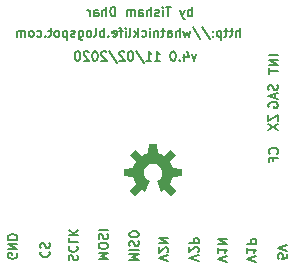
<source format=gbo>
G04 #@! TF.GenerationSoftware,KiCad,Pcbnew,(5.99.0-8018-g9a0f685a75)*
G04 #@! TF.CreationDate,2021-09-12T19:48:39+09:30*
G04 #@! TF.ProjectId,ADE7763_Breakout,41444537-3736-4335-9f42-7265616b6f75,rev?*
G04 #@! TF.SameCoordinates,Original*
G04 #@! TF.FileFunction,Legend,Bot*
G04 #@! TF.FilePolarity,Positive*
%FSLAX46Y46*%
G04 Gerber Fmt 4.6, Leading zero omitted, Abs format (unit mm)*
G04 Created by KiCad (PCBNEW (5.99.0-8018-g9a0f685a75)) date 2021-09-12 19:48:39*
%MOMM*%
%LPD*%
G01*
G04 APERTURE LIST*
%ADD10C,0.162560*%
%ADD11C,0.200000*%
G04 APERTURE END LIST*
D10*
X137170060Y-114083623D02*
X137206829Y-114157162D01*
X137206829Y-114267471D01*
X137170060Y-114377779D01*
X137096520Y-114451318D01*
X137022981Y-114488088D01*
X136875903Y-114524857D01*
X136765595Y-114524857D01*
X136618517Y-114488088D01*
X136544978Y-114451318D01*
X136471439Y-114377779D01*
X136434669Y-114267471D01*
X136434669Y-114193932D01*
X136471439Y-114083623D01*
X136508208Y-114046854D01*
X136765595Y-114046854D01*
X136765595Y-114193932D01*
X136434669Y-113715928D02*
X137206829Y-113715928D01*
X136434669Y-113274694D01*
X137206829Y-113274694D01*
X136434669Y-112906998D02*
X137206829Y-112906998D01*
X137206829Y-112723151D01*
X137170060Y-112612842D01*
X137096520Y-112539303D01*
X137022981Y-112502534D01*
X136875903Y-112465764D01*
X136765595Y-112465764D01*
X136618517Y-112502534D01*
X136544978Y-112539303D01*
X136471439Y-112612842D01*
X136434669Y-112723151D01*
X136434669Y-112906998D01*
X156072788Y-95741630D02*
X156072788Y-94969470D01*
X155741862Y-95741630D02*
X155741862Y-95337165D01*
X155778632Y-95263626D01*
X155852171Y-95226857D01*
X155962479Y-95226857D01*
X156036018Y-95263626D01*
X156072788Y-95300396D01*
X155484476Y-95226857D02*
X155190319Y-95226857D01*
X155374167Y-94969470D02*
X155374167Y-95631321D01*
X155337397Y-95704860D01*
X155263858Y-95741630D01*
X155190319Y-95741630D01*
X155043241Y-95226857D02*
X154749085Y-95226857D01*
X154932933Y-94969470D02*
X154932933Y-95631321D01*
X154896163Y-95704860D01*
X154822624Y-95741630D01*
X154749085Y-95741630D01*
X154491698Y-95226857D02*
X154491698Y-95999017D01*
X154491698Y-95263626D02*
X154418159Y-95226857D01*
X154271081Y-95226857D01*
X154197542Y-95263626D01*
X154160773Y-95300396D01*
X154124003Y-95373935D01*
X154124003Y-95594552D01*
X154160773Y-95668091D01*
X154197542Y-95704860D01*
X154271081Y-95741630D01*
X154418159Y-95741630D01*
X154491698Y-95704860D01*
X153793077Y-95668091D02*
X153756308Y-95704860D01*
X153793077Y-95741630D01*
X153829847Y-95704860D01*
X153793077Y-95668091D01*
X153793077Y-95741630D01*
X153793077Y-95263626D02*
X153756308Y-95300396D01*
X153793077Y-95337165D01*
X153829847Y-95300396D01*
X153793077Y-95263626D01*
X153793077Y-95337165D01*
X152873839Y-94932700D02*
X153535691Y-95925478D01*
X152064910Y-94932700D02*
X152726761Y-95925478D01*
X151881062Y-95226857D02*
X151733984Y-95741630D01*
X151586906Y-95373935D01*
X151439828Y-95741630D01*
X151292750Y-95226857D01*
X150998594Y-95741630D02*
X150998594Y-94969470D01*
X150667668Y-95741630D02*
X150667668Y-95337165D01*
X150704437Y-95263626D01*
X150777976Y-95226857D01*
X150888285Y-95226857D01*
X150961824Y-95263626D01*
X150998594Y-95300396D01*
X149969047Y-95741630D02*
X149969047Y-95337165D01*
X150005816Y-95263626D01*
X150079356Y-95226857D01*
X150226434Y-95226857D01*
X150299973Y-95263626D01*
X149969047Y-95704860D02*
X150042586Y-95741630D01*
X150226434Y-95741630D01*
X150299973Y-95704860D01*
X150336742Y-95631321D01*
X150336742Y-95557782D01*
X150299973Y-95484243D01*
X150226434Y-95447474D01*
X150042586Y-95447474D01*
X149969047Y-95410704D01*
X149711660Y-95226857D02*
X149417504Y-95226857D01*
X149601352Y-94969470D02*
X149601352Y-95631321D01*
X149564582Y-95704860D01*
X149491043Y-95741630D01*
X149417504Y-95741630D01*
X149160117Y-95226857D02*
X149160117Y-95741630D01*
X149160117Y-95300396D02*
X149123348Y-95263626D01*
X149049809Y-95226857D01*
X148939500Y-95226857D01*
X148865961Y-95263626D01*
X148829192Y-95337165D01*
X148829192Y-95741630D01*
X148461496Y-95741630D02*
X148461496Y-95226857D01*
X148461496Y-94969470D02*
X148498266Y-95006240D01*
X148461496Y-95043009D01*
X148424727Y-95006240D01*
X148461496Y-94969470D01*
X148461496Y-95043009D01*
X147762876Y-95704860D02*
X147836415Y-95741630D01*
X147983493Y-95741630D01*
X148057032Y-95704860D01*
X148093801Y-95668091D01*
X148130571Y-95594552D01*
X148130571Y-95373935D01*
X148093801Y-95300396D01*
X148057032Y-95263626D01*
X147983493Y-95226857D01*
X147836415Y-95226857D01*
X147762876Y-95263626D01*
X147431950Y-95741630D02*
X147431950Y-94969470D01*
X147358411Y-95447474D02*
X147137794Y-95741630D01*
X147137794Y-95226857D02*
X147431950Y-95521013D01*
X146696559Y-95741630D02*
X146770098Y-95704860D01*
X146806868Y-95631321D01*
X146806868Y-94969470D01*
X146402403Y-95741630D02*
X146402403Y-95226857D01*
X146402403Y-94969470D02*
X146439173Y-95006240D01*
X146402403Y-95043009D01*
X146365634Y-95006240D01*
X146402403Y-94969470D01*
X146402403Y-95043009D01*
X146145016Y-95226857D02*
X145850860Y-95226857D01*
X146034708Y-95741630D02*
X146034708Y-95079779D01*
X145997938Y-95006240D01*
X145924399Y-94969470D01*
X145850860Y-94969470D01*
X145299317Y-95704860D02*
X145372856Y-95741630D01*
X145519935Y-95741630D01*
X145593474Y-95704860D01*
X145630243Y-95631321D01*
X145630243Y-95337165D01*
X145593474Y-95263626D01*
X145519935Y-95226857D01*
X145372856Y-95226857D01*
X145299317Y-95263626D01*
X145262548Y-95337165D01*
X145262548Y-95410704D01*
X145630243Y-95484243D01*
X144931622Y-95668091D02*
X144894853Y-95704860D01*
X144931622Y-95741630D01*
X144968392Y-95704860D01*
X144931622Y-95668091D01*
X144931622Y-95741630D01*
X144563927Y-95741630D02*
X144563927Y-94969470D01*
X144563927Y-95263626D02*
X144490388Y-95226857D01*
X144343310Y-95226857D01*
X144269771Y-95263626D01*
X144233001Y-95300396D01*
X144196232Y-95373935D01*
X144196232Y-95594552D01*
X144233001Y-95668091D01*
X144269771Y-95704860D01*
X144343310Y-95741630D01*
X144490388Y-95741630D01*
X144563927Y-95704860D01*
X143754997Y-95741630D02*
X143828536Y-95704860D01*
X143865306Y-95631321D01*
X143865306Y-94969470D01*
X143350533Y-95741630D02*
X143424072Y-95704860D01*
X143460841Y-95668091D01*
X143497611Y-95594552D01*
X143497611Y-95373935D01*
X143460841Y-95300396D01*
X143424072Y-95263626D01*
X143350533Y-95226857D01*
X143240224Y-95226857D01*
X143166685Y-95263626D01*
X143129916Y-95300396D01*
X143093146Y-95373935D01*
X143093146Y-95594552D01*
X143129916Y-95668091D01*
X143166685Y-95704860D01*
X143240224Y-95741630D01*
X143350533Y-95741630D01*
X142431295Y-95226857D02*
X142431295Y-95851939D01*
X142468064Y-95925478D01*
X142504834Y-95962247D01*
X142578373Y-95999017D01*
X142688681Y-95999017D01*
X142762220Y-95962247D01*
X142431295Y-95704860D02*
X142504834Y-95741630D01*
X142651912Y-95741630D01*
X142725451Y-95704860D01*
X142762220Y-95668091D01*
X142798990Y-95594552D01*
X142798990Y-95373935D01*
X142762220Y-95300396D01*
X142725451Y-95263626D01*
X142651912Y-95226857D01*
X142504834Y-95226857D01*
X142431295Y-95263626D01*
X142100369Y-95704860D02*
X142026830Y-95741630D01*
X141879752Y-95741630D01*
X141806213Y-95704860D01*
X141769443Y-95631321D01*
X141769443Y-95594552D01*
X141806213Y-95521013D01*
X141879752Y-95484243D01*
X141990060Y-95484243D01*
X142063599Y-95447474D01*
X142100369Y-95373935D01*
X142100369Y-95337165D01*
X142063599Y-95263626D01*
X141990060Y-95226857D01*
X141879752Y-95226857D01*
X141806213Y-95263626D01*
X141438517Y-95226857D02*
X141438517Y-95999017D01*
X141438517Y-95263626D02*
X141364978Y-95226857D01*
X141217900Y-95226857D01*
X141144361Y-95263626D01*
X141107592Y-95300396D01*
X141070822Y-95373935D01*
X141070822Y-95594552D01*
X141107592Y-95668091D01*
X141144361Y-95704860D01*
X141217900Y-95741630D01*
X141364978Y-95741630D01*
X141438517Y-95704860D01*
X140629588Y-95741630D02*
X140703127Y-95704860D01*
X140739896Y-95668091D01*
X140776666Y-95594552D01*
X140776666Y-95373935D01*
X140739896Y-95300396D01*
X140703127Y-95263626D01*
X140629588Y-95226857D01*
X140519279Y-95226857D01*
X140445740Y-95263626D01*
X140408971Y-95300396D01*
X140372201Y-95373935D01*
X140372201Y-95594552D01*
X140408971Y-95668091D01*
X140445740Y-95704860D01*
X140519279Y-95741630D01*
X140629588Y-95741630D01*
X140151584Y-95226857D02*
X139857428Y-95226857D01*
X140041276Y-94969470D02*
X140041276Y-95631321D01*
X140004506Y-95704860D01*
X139930967Y-95741630D01*
X139857428Y-95741630D01*
X139600041Y-95668091D02*
X139563272Y-95704860D01*
X139600041Y-95741630D01*
X139636811Y-95704860D01*
X139600041Y-95668091D01*
X139600041Y-95741630D01*
X138901420Y-95704860D02*
X138974959Y-95741630D01*
X139122037Y-95741630D01*
X139195576Y-95704860D01*
X139232346Y-95668091D01*
X139269116Y-95594552D01*
X139269116Y-95373935D01*
X139232346Y-95300396D01*
X139195576Y-95263626D01*
X139122037Y-95226857D01*
X138974959Y-95226857D01*
X138901420Y-95263626D01*
X138460186Y-95741630D02*
X138533725Y-95704860D01*
X138570495Y-95668091D01*
X138607264Y-95594552D01*
X138607264Y-95373935D01*
X138570495Y-95300396D01*
X138533725Y-95263626D01*
X138460186Y-95226857D01*
X138349877Y-95226857D01*
X138276338Y-95263626D01*
X138239569Y-95300396D01*
X138202799Y-95373935D01*
X138202799Y-95594552D01*
X138239569Y-95668091D01*
X138276338Y-95704860D01*
X138349877Y-95741630D01*
X138460186Y-95741630D01*
X137871874Y-95741630D02*
X137871874Y-95226857D01*
X137871874Y-95300396D02*
X137835104Y-95263626D01*
X137761565Y-95226857D01*
X137651256Y-95226857D01*
X137577717Y-95263626D01*
X137540948Y-95337165D01*
X137540948Y-95741630D01*
X137540948Y-95337165D02*
X137504178Y-95263626D01*
X137430639Y-95226857D01*
X137320331Y-95226857D01*
X137246792Y-95263626D01*
X137210022Y-95337165D01*
X137210022Y-95741630D01*
X146721669Y-114665888D02*
X147493829Y-114665888D01*
X146942286Y-114408501D01*
X147493829Y-114151115D01*
X146721669Y-114151115D01*
X146721669Y-113783419D02*
X147493829Y-113783419D01*
X146758439Y-113452494D02*
X146721669Y-113342185D01*
X146721669Y-113158337D01*
X146758439Y-113084798D01*
X146795208Y-113048029D01*
X146868747Y-113011259D01*
X146942286Y-113011259D01*
X147015825Y-113048029D01*
X147052595Y-113084798D01*
X147089364Y-113158337D01*
X147126134Y-113305416D01*
X147162903Y-113378955D01*
X147199673Y-113415724D01*
X147273212Y-113452494D01*
X147346751Y-113452494D01*
X147420290Y-113415724D01*
X147457060Y-113378955D01*
X147493829Y-113305416D01*
X147493829Y-113121568D01*
X147457060Y-113011259D01*
X147493829Y-112533256D02*
X147493829Y-112386177D01*
X147457060Y-112312638D01*
X147383520Y-112239099D01*
X147236442Y-112202330D01*
X146979056Y-112202330D01*
X146831978Y-112239099D01*
X146758439Y-112312638D01*
X146721669Y-112386177D01*
X146721669Y-112533256D01*
X146758439Y-112606795D01*
X146831978Y-112680334D01*
X146979056Y-112717103D01*
X147236442Y-112717103D01*
X147383520Y-112680334D01*
X147457060Y-112606795D01*
X147493829Y-112533256D01*
X157450629Y-114776196D02*
X156678469Y-114518810D01*
X157450629Y-114261423D01*
X156678469Y-113599572D02*
X156678469Y-114040806D01*
X156678469Y-113820189D02*
X157450629Y-113820189D01*
X157340320Y-113893728D01*
X157266781Y-113967267D01*
X157230012Y-114040806D01*
X156678469Y-113268646D02*
X157450629Y-113268646D01*
X157450629Y-112974490D01*
X157413860Y-112900951D01*
X157377090Y-112864181D01*
X157303551Y-112827412D01*
X157193242Y-112827412D01*
X157119703Y-112864181D01*
X157082934Y-112900951D01*
X157046164Y-112974490D01*
X157046164Y-113268646D01*
X152008788Y-93989030D02*
X152008788Y-93216870D01*
X152008788Y-93511026D02*
X151935249Y-93474257D01*
X151788171Y-93474257D01*
X151714632Y-93511026D01*
X151677862Y-93547796D01*
X151641093Y-93621335D01*
X151641093Y-93841952D01*
X151677862Y-93915491D01*
X151714632Y-93952260D01*
X151788171Y-93989030D01*
X151935249Y-93989030D01*
X152008788Y-93952260D01*
X151383706Y-93474257D02*
X151199858Y-93989030D01*
X151016011Y-93474257D02*
X151199858Y-93989030D01*
X151273397Y-94172878D01*
X151310167Y-94209647D01*
X151383706Y-94246417D01*
X150243851Y-93216870D02*
X149802616Y-93216870D01*
X150023234Y-93989030D02*
X150023234Y-93216870D01*
X149545230Y-93989030D02*
X149545230Y-93474257D01*
X149545230Y-93216870D02*
X149581999Y-93253640D01*
X149545230Y-93290409D01*
X149508460Y-93253640D01*
X149545230Y-93216870D01*
X149545230Y-93290409D01*
X149214304Y-93952260D02*
X149140765Y-93989030D01*
X148993687Y-93989030D01*
X148920148Y-93952260D01*
X148883378Y-93878721D01*
X148883378Y-93841952D01*
X148920148Y-93768413D01*
X148993687Y-93731643D01*
X149103996Y-93731643D01*
X149177535Y-93694874D01*
X149214304Y-93621335D01*
X149214304Y-93584565D01*
X149177535Y-93511026D01*
X149103996Y-93474257D01*
X148993687Y-93474257D01*
X148920148Y-93511026D01*
X148552453Y-93989030D02*
X148552453Y-93216870D01*
X148221527Y-93989030D02*
X148221527Y-93584565D01*
X148258296Y-93511026D01*
X148331836Y-93474257D01*
X148442144Y-93474257D01*
X148515683Y-93511026D01*
X148552453Y-93547796D01*
X147522906Y-93989030D02*
X147522906Y-93584565D01*
X147559676Y-93511026D01*
X147633215Y-93474257D01*
X147780293Y-93474257D01*
X147853832Y-93511026D01*
X147522906Y-93952260D02*
X147596445Y-93989030D01*
X147780293Y-93989030D01*
X147853832Y-93952260D01*
X147890601Y-93878721D01*
X147890601Y-93805182D01*
X147853832Y-93731643D01*
X147780293Y-93694874D01*
X147596445Y-93694874D01*
X147522906Y-93658104D01*
X147155211Y-93989030D02*
X147155211Y-93474257D01*
X147155211Y-93547796D02*
X147118441Y-93511026D01*
X147044902Y-93474257D01*
X146934594Y-93474257D01*
X146861055Y-93511026D01*
X146824285Y-93584565D01*
X146824285Y-93989030D01*
X146824285Y-93584565D02*
X146787516Y-93511026D01*
X146713976Y-93474257D01*
X146603668Y-93474257D01*
X146530129Y-93511026D01*
X146493359Y-93584565D01*
X146493359Y-93989030D01*
X145537352Y-93989030D02*
X145537352Y-93216870D01*
X145353504Y-93216870D01*
X145243196Y-93253640D01*
X145169656Y-93327179D01*
X145132887Y-93400718D01*
X145096117Y-93547796D01*
X145096117Y-93658104D01*
X145132887Y-93805182D01*
X145169656Y-93878721D01*
X145243196Y-93952260D01*
X145353504Y-93989030D01*
X145537352Y-93989030D01*
X144765192Y-93989030D02*
X144765192Y-93216870D01*
X144434266Y-93989030D02*
X144434266Y-93584565D01*
X144471036Y-93511026D01*
X144544575Y-93474257D01*
X144654883Y-93474257D01*
X144728422Y-93511026D01*
X144765192Y-93547796D01*
X143735645Y-93989030D02*
X143735645Y-93584565D01*
X143772415Y-93511026D01*
X143845954Y-93474257D01*
X143993032Y-93474257D01*
X144066571Y-93511026D01*
X143735645Y-93952260D02*
X143809184Y-93989030D01*
X143993032Y-93989030D01*
X144066571Y-93952260D01*
X144103340Y-93878721D01*
X144103340Y-93805182D01*
X144066571Y-93731643D01*
X143993032Y-93694874D01*
X143809184Y-93694874D01*
X143735645Y-93658104D01*
X143367950Y-93989030D02*
X143367950Y-93474257D01*
X143367950Y-93621335D02*
X143331180Y-93547796D01*
X143294411Y-93511026D01*
X143220872Y-93474257D01*
X143147333Y-93474257D01*
X139251408Y-113919854D02*
X139214639Y-113956623D01*
X139177869Y-114066932D01*
X139177869Y-114140471D01*
X139214639Y-114250779D01*
X139288178Y-114324318D01*
X139361717Y-114361088D01*
X139508795Y-114397857D01*
X139619103Y-114397857D01*
X139766181Y-114361088D01*
X139839720Y-114324318D01*
X139913260Y-114250779D01*
X139950029Y-114140471D01*
X139950029Y-114066932D01*
X139913260Y-113956623D01*
X139876490Y-113919854D01*
X139214639Y-113625697D02*
X139177869Y-113515389D01*
X139177869Y-113331541D01*
X139214639Y-113258002D01*
X139251408Y-113221233D01*
X139324947Y-113184463D01*
X139398486Y-113184463D01*
X139472025Y-113221233D01*
X139508795Y-113258002D01*
X139545564Y-113331541D01*
X139582334Y-113478619D01*
X139619103Y-113552158D01*
X139655873Y-113588928D01*
X139729412Y-113625697D01*
X139802951Y-113625697D01*
X139876490Y-113588928D01*
X139913260Y-113552158D01*
X139950029Y-113478619D01*
X139950029Y-113294772D01*
X139913260Y-113184463D01*
X144105469Y-114538888D02*
X144877629Y-114538888D01*
X144326086Y-114281501D01*
X144877629Y-114024115D01*
X144105469Y-114024115D01*
X144877629Y-113509341D02*
X144877629Y-113362263D01*
X144840860Y-113288724D01*
X144767320Y-113215185D01*
X144620242Y-113178416D01*
X144362856Y-113178416D01*
X144215778Y-113215185D01*
X144142239Y-113288724D01*
X144105469Y-113362263D01*
X144105469Y-113509341D01*
X144142239Y-113582880D01*
X144215778Y-113656419D01*
X144362856Y-113693189D01*
X144620242Y-113693189D01*
X144767320Y-113656419D01*
X144840860Y-113582880D01*
X144877629Y-113509341D01*
X144142239Y-112884259D02*
X144105469Y-112773951D01*
X144105469Y-112590103D01*
X144142239Y-112516564D01*
X144179008Y-112479795D01*
X144252547Y-112443025D01*
X144326086Y-112443025D01*
X144399625Y-112479795D01*
X144436395Y-112516564D01*
X144473164Y-112590103D01*
X144509934Y-112737181D01*
X144546703Y-112810720D01*
X144583473Y-112847490D01*
X144657012Y-112884259D01*
X144730551Y-112884259D01*
X144804090Y-112847490D01*
X144840860Y-112810720D01*
X144877629Y-112737181D01*
X144877629Y-112553334D01*
X144840860Y-112443025D01*
X144105469Y-112112099D02*
X144877629Y-112112099D01*
X160041429Y-114120393D02*
X160041429Y-114488088D01*
X159673734Y-114524857D01*
X159710503Y-114488088D01*
X159747273Y-114414549D01*
X159747273Y-114230701D01*
X159710503Y-114157162D01*
X159673734Y-114120393D01*
X159600195Y-114083623D01*
X159416347Y-114083623D01*
X159342808Y-114120393D01*
X159306039Y-114157162D01*
X159269269Y-114230701D01*
X159269269Y-114414549D01*
X159306039Y-114488088D01*
X159342808Y-114524857D01*
X160041429Y-113863006D02*
X159269269Y-113605619D01*
X160041429Y-113348233D01*
X154986829Y-114776196D02*
X154214669Y-114518810D01*
X154986829Y-114261423D01*
X154214669Y-113599572D02*
X154214669Y-114040806D01*
X154214669Y-113820189D02*
X154986829Y-113820189D01*
X154876520Y-113893728D01*
X154802981Y-113967267D01*
X154766212Y-114040806D01*
X154214669Y-113268646D02*
X154986829Y-113268646D01*
X154214669Y-112827412D01*
X154986829Y-112827412D01*
X141602239Y-114677257D02*
X141565469Y-114566949D01*
X141565469Y-114383101D01*
X141602239Y-114309562D01*
X141639008Y-114272793D01*
X141712547Y-114236023D01*
X141786086Y-114236023D01*
X141859625Y-114272793D01*
X141896395Y-114309562D01*
X141933164Y-114383101D01*
X141969934Y-114530179D01*
X142006703Y-114603718D01*
X142043473Y-114640488D01*
X142117012Y-114677257D01*
X142190551Y-114677257D01*
X142264090Y-114640488D01*
X142300860Y-114603718D01*
X142337629Y-114530179D01*
X142337629Y-114346332D01*
X142300860Y-114236023D01*
X141639008Y-113463863D02*
X141602239Y-113500633D01*
X141565469Y-113610941D01*
X141565469Y-113684480D01*
X141602239Y-113794789D01*
X141675778Y-113868328D01*
X141749317Y-113905097D01*
X141896395Y-113941867D01*
X142006703Y-113941867D01*
X142153781Y-113905097D01*
X142227320Y-113868328D01*
X142300860Y-113794789D01*
X142337629Y-113684480D01*
X142337629Y-113610941D01*
X142300860Y-113500633D01*
X142264090Y-113463863D01*
X141565469Y-112765242D02*
X141565469Y-113132937D01*
X142337629Y-113132937D01*
X141565469Y-112507856D02*
X142337629Y-112507856D01*
X141565469Y-112066621D02*
X142006703Y-112397547D01*
X142337629Y-112066621D02*
X141896395Y-112507856D01*
X152361727Y-97233457D02*
X152177879Y-97748230D01*
X151994032Y-97233457D01*
X151368950Y-97233457D02*
X151368950Y-97748230D01*
X151552797Y-96939300D02*
X151736645Y-97490843D01*
X151258641Y-97490843D01*
X150964485Y-97674691D02*
X150927716Y-97711460D01*
X150964485Y-97748230D01*
X151001255Y-97711460D01*
X150964485Y-97674691D01*
X150964485Y-97748230D01*
X150449712Y-96976070D02*
X150376173Y-96976070D01*
X150302634Y-97012840D01*
X150265864Y-97049609D01*
X150229095Y-97123148D01*
X150192325Y-97270226D01*
X150192325Y-97454074D01*
X150229095Y-97601152D01*
X150265864Y-97674691D01*
X150302634Y-97711460D01*
X150376173Y-97748230D01*
X150449712Y-97748230D01*
X150523251Y-97711460D01*
X150560020Y-97674691D01*
X150596790Y-97601152D01*
X150633559Y-97454074D01*
X150633559Y-97270226D01*
X150596790Y-97123148D01*
X150560020Y-97049609D01*
X150523251Y-97012840D01*
X150449712Y-96976070D01*
X148868622Y-97748230D02*
X149309856Y-97748230D01*
X149089239Y-97748230D02*
X149089239Y-96976070D01*
X149162778Y-97086379D01*
X149236317Y-97159918D01*
X149309856Y-97196687D01*
X148133232Y-97748230D02*
X148574466Y-97748230D01*
X148353849Y-97748230D02*
X148353849Y-96976070D01*
X148427388Y-97086379D01*
X148500927Y-97159918D01*
X148574466Y-97196687D01*
X147250763Y-96939300D02*
X147912615Y-97932078D01*
X146846298Y-96976070D02*
X146772759Y-96976070D01*
X146699220Y-97012840D01*
X146662451Y-97049609D01*
X146625681Y-97123148D01*
X146588912Y-97270226D01*
X146588912Y-97454074D01*
X146625681Y-97601152D01*
X146662451Y-97674691D01*
X146699220Y-97711460D01*
X146772759Y-97748230D01*
X146846298Y-97748230D01*
X146919837Y-97711460D01*
X146956607Y-97674691D01*
X146993376Y-97601152D01*
X147030146Y-97454074D01*
X147030146Y-97270226D01*
X146993376Y-97123148D01*
X146956607Y-97049609D01*
X146919837Y-97012840D01*
X146846298Y-96976070D01*
X146294756Y-97049609D02*
X146257986Y-97012840D01*
X146184447Y-96976070D01*
X146000599Y-96976070D01*
X145927060Y-97012840D01*
X145890291Y-97049609D01*
X145853521Y-97123148D01*
X145853521Y-97196687D01*
X145890291Y-97306996D01*
X146331525Y-97748230D01*
X145853521Y-97748230D01*
X144971053Y-96939300D02*
X145632904Y-97932078D01*
X144750436Y-97049609D02*
X144713666Y-97012840D01*
X144640127Y-96976070D01*
X144456279Y-96976070D01*
X144382740Y-97012840D01*
X144345971Y-97049609D01*
X144309201Y-97123148D01*
X144309201Y-97196687D01*
X144345971Y-97306996D01*
X144787205Y-97748230D01*
X144309201Y-97748230D01*
X143831197Y-96976070D02*
X143757658Y-96976070D01*
X143684119Y-97012840D01*
X143647350Y-97049609D01*
X143610580Y-97123148D01*
X143573811Y-97270226D01*
X143573811Y-97454074D01*
X143610580Y-97601152D01*
X143647350Y-97674691D01*
X143684119Y-97711460D01*
X143757658Y-97748230D01*
X143831197Y-97748230D01*
X143904736Y-97711460D01*
X143941506Y-97674691D01*
X143978276Y-97601152D01*
X144015045Y-97454074D01*
X144015045Y-97270226D01*
X143978276Y-97123148D01*
X143941506Y-97049609D01*
X143904736Y-97012840D01*
X143831197Y-96976070D01*
X143279655Y-97049609D02*
X143242885Y-97012840D01*
X143169346Y-96976070D01*
X142985498Y-96976070D01*
X142911959Y-97012840D01*
X142875190Y-97049609D01*
X142838420Y-97123148D01*
X142838420Y-97196687D01*
X142875190Y-97306996D01*
X143316424Y-97748230D01*
X142838420Y-97748230D01*
X142360416Y-96976070D02*
X142286877Y-96976070D01*
X142213338Y-97012840D01*
X142176569Y-97049609D01*
X142139799Y-97123148D01*
X142103030Y-97270226D01*
X142103030Y-97454074D01*
X142139799Y-97601152D01*
X142176569Y-97674691D01*
X142213338Y-97711460D01*
X142286877Y-97748230D01*
X142360416Y-97748230D01*
X142433956Y-97711460D01*
X142470725Y-97674691D01*
X142507495Y-97601152D01*
X142544264Y-97454074D01*
X142544264Y-97270226D01*
X142507495Y-97123148D01*
X142470725Y-97049609D01*
X142433956Y-97012840D01*
X142360416Y-96976070D01*
X152573829Y-114699996D02*
X151801669Y-114442610D01*
X152573829Y-114185223D01*
X152500290Y-113964606D02*
X152537060Y-113927836D01*
X152573829Y-113854297D01*
X152573829Y-113670450D01*
X152537060Y-113596911D01*
X152500290Y-113560141D01*
X152426751Y-113523372D01*
X152353212Y-113523372D01*
X152242903Y-113560141D01*
X151801669Y-114001376D01*
X151801669Y-113523372D01*
X151801669Y-113192446D02*
X152573829Y-113192446D01*
X152573829Y-112898290D01*
X152537060Y-112824751D01*
X152500290Y-112787981D01*
X152426751Y-112751212D01*
X152316442Y-112751212D01*
X152242903Y-112787981D01*
X152206134Y-112824751D01*
X152169364Y-112898290D01*
X152169364Y-113192446D01*
X150008429Y-114725396D02*
X149236269Y-114468010D01*
X150008429Y-114210623D01*
X149934890Y-113990006D02*
X149971660Y-113953236D01*
X150008429Y-113879697D01*
X150008429Y-113695850D01*
X149971660Y-113622311D01*
X149934890Y-113585541D01*
X149861351Y-113548772D01*
X149787812Y-113548772D01*
X149677503Y-113585541D01*
X149236269Y-114026776D01*
X149236269Y-113548772D01*
X149236269Y-113217846D02*
X150008429Y-113217846D01*
X149236269Y-112776612D01*
X150008429Y-112776612D01*
D11*
X159334004Y-97299304D02*
X158534004Y-97299304D01*
X159334004Y-97680257D02*
X158534004Y-97680257D01*
X159334004Y-98137400D01*
X158534004Y-98137400D01*
X158534004Y-98404066D02*
X158534004Y-98861209D01*
X159334004Y-98632638D02*
X158534004Y-98632638D01*
X158483204Y-102379276D02*
X158483204Y-102912609D01*
X159283204Y-102379276D01*
X159283204Y-102912609D01*
X158483204Y-103141180D02*
X159283204Y-103674514D01*
X158483204Y-103674514D02*
X159283204Y-103141180D01*
X159245109Y-99813961D02*
X159283204Y-99928247D01*
X159283204Y-100118723D01*
X159245109Y-100194914D01*
X159207014Y-100233009D01*
X159130823Y-100271104D01*
X159054633Y-100271104D01*
X158978442Y-100233009D01*
X158940347Y-100194914D01*
X158902252Y-100118723D01*
X158864157Y-99966342D01*
X158826061Y-99890152D01*
X158787966Y-99852057D01*
X158711776Y-99813961D01*
X158635585Y-99813961D01*
X158559395Y-99852057D01*
X158521300Y-99890152D01*
X158483204Y-99966342D01*
X158483204Y-100156819D01*
X158521300Y-100271104D01*
X159054633Y-100575866D02*
X159054633Y-100956819D01*
X159283204Y-100499676D02*
X158483204Y-100766342D01*
X159283204Y-101033009D01*
X158521300Y-101718723D02*
X158483204Y-101642533D01*
X158483204Y-101528247D01*
X158521300Y-101413961D01*
X158597490Y-101337771D01*
X158673680Y-101299676D01*
X158826061Y-101261580D01*
X158940347Y-101261580D01*
X159092728Y-101299676D01*
X159168919Y-101337771D01*
X159245109Y-101413961D01*
X159283204Y-101528247D01*
X159283204Y-101604438D01*
X159245109Y-101718723D01*
X159207014Y-101756819D01*
X158940347Y-101756819D01*
X158940347Y-101604438D01*
X159232414Y-105643104D02*
X159270509Y-105605009D01*
X159308604Y-105490723D01*
X159308604Y-105414533D01*
X159270509Y-105300247D01*
X159194319Y-105224057D01*
X159118128Y-105185961D01*
X158965747Y-105147866D01*
X158851461Y-105147866D01*
X158699080Y-105185961D01*
X158622890Y-105224057D01*
X158546700Y-105300247D01*
X158508604Y-105414533D01*
X158508604Y-105490723D01*
X158546700Y-105605009D01*
X158584795Y-105643104D01*
X158889557Y-106252628D02*
X158889557Y-105985961D01*
X159308604Y-105985961D02*
X158508604Y-105985961D01*
X158508604Y-106366914D01*
G36*
X149103500Y-105584500D02*
G01*
X149374620Y-105671270D01*
X149627700Y-105801600D01*
X150256100Y-105289200D01*
X150686900Y-105720000D01*
X150174500Y-106348400D01*
X150391600Y-106872600D01*
X151198300Y-106954500D01*
X151198300Y-107563900D01*
X150391600Y-107645800D01*
X150174500Y-108170000D01*
X150686900Y-108798400D01*
X150256100Y-109229200D01*
X149627700Y-108716800D01*
X149503904Y-108787246D01*
X149374700Y-108847200D01*
X149015900Y-107981000D01*
X149212564Y-107863140D01*
X149366541Y-107693261D01*
X149464568Y-107485996D01*
X149498200Y-107259200D01*
X149475810Y-107073501D01*
X149409925Y-106898446D01*
X149304320Y-106744067D01*
X149165047Y-106619213D01*
X149000091Y-106531039D01*
X148818904Y-106484600D01*
X148631871Y-106482557D01*
X148449713Y-106525027D01*
X148282870Y-106609576D01*
X148140904Y-106731358D01*
X148031951Y-106883393D01*
X147962257Y-107056967D01*
X147935816Y-107242133D01*
X147954144Y-107428276D01*
X148016190Y-107604729D01*
X148118397Y-107761378D01*
X148417900Y-107981000D01*
X148059100Y-108847200D01*
X147806100Y-108716800D01*
X147177700Y-109229200D01*
X146746900Y-108798400D01*
X147259300Y-108170000D01*
X147042200Y-107645800D01*
X146235500Y-107563900D01*
X146235500Y-106954500D01*
X147042200Y-106872600D01*
X147128970Y-106601480D01*
X147259300Y-106348400D01*
X146746900Y-105720000D01*
X147177700Y-105289200D01*
X147806100Y-105801600D01*
X148059180Y-105671270D01*
X148330300Y-105584500D01*
X148412200Y-104777800D01*
X149021600Y-104777800D01*
X149103500Y-105584500D01*
G37*
M02*

</source>
